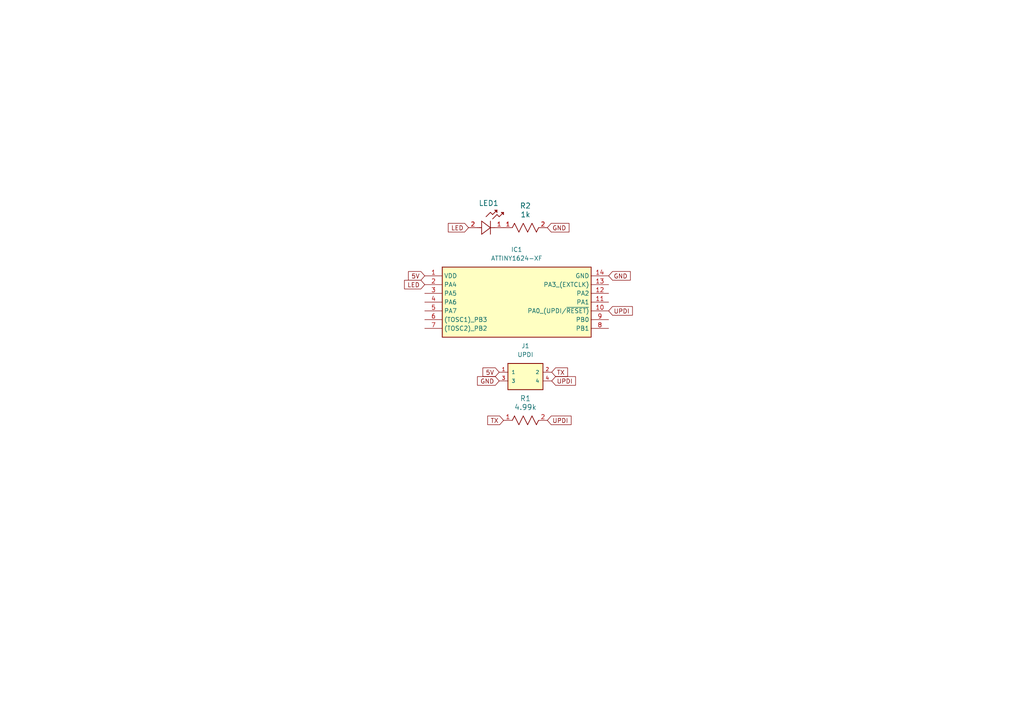
<source format=kicad_sch>
(kicad_sch (version 20250114) (generator "eeschema") (generator_version "9.0")
  (paper "A4")
  (lib_symbols
    (symbol "Neil:2x2x0.5 header" (pin_names (offset 1.016))
      (property "Reference" "J" (at -4.8332 3.1797 0))
      (property "Value" "2x2x0.5 header" (at -5.0866 -7.5027 0))
      (symbol "2x2x0.5 header_0_0"
        (rectangle (start -5.08 -5.08) (end 5.08 2.54) (stroke (width 0.254)) (fill (type background)))
        (pin passive line (at -7.62 0 0) (length 2.54) (name "1") (number "1"))
        (pin passive line (at -7.62 -2.54 0) (length 2.54) (name "3") (number "3"))
        (pin passive line (at 7.62 0 180) (length 2.54) (name "2") (number "2"))
        (pin passive line (at 7.62 -2.54 180) (length 2.54) (name "4") (number "4"))
      )
    )
    (symbol "Neil:ATTINY1624 TSSOP 14"
      (property "Reference" "IC" (at 49.53 7.62 0))
      (property "Value" "ATTINY1624-XF" (at 49.53 5.08 0))
      (symbol "ATTINY1624 TSSOP 14_1_1"
        (rectangle (start 5.08 2.54) (end 48.26 -17.78) (stroke (width 0.254)) (fill (type background)))
        (pin passive line (at 0 0 0) (length 5.08) (name "VDD") (number "1"))
        (pin passive line (at 0 -2.54 0) (length 5.08) (name "PA4") (number "2"))
        (pin passive line (at 0 -5.08 0) (length 5.08) (name "PA5") (number "3"))
        (pin passive line (at 0 -7.62 0) (length 5.08) (name "PA6") (number "4"))
        (pin passive line (at 0 -10.16 0) (length 5.08) (name "PA7") (number "5"))
        (pin passive line (at 0 -12.7 0) (length 5.08) (name "(TOSC1)_PB3") (number "6"))
        (pin passive line (at 0 -15.24 0) (length 5.08) (name "(TOSC2)_PB2") (number "7"))
        (pin passive line (at 53.34 0 180) (length 5.08) (name "GND") (number "14"))
        (pin passive line (at 53.34 -2.54 180) (length 5.08) (name "PA3_(EXTCLK)") (number "13"))
        (pin passive line (at 53.34 -5.08 180) (length 5.08) (name "PA2") (number "12"))
        (pin passive line (at 53.34 -7.62 180) (length 5.08) (name "PA1") (number "11"))
        (pin passive line (at 53.34 -10.16 180) (length 5.08) (name "PA0_(UPDI/~{RESET)}") (number "10"))
        (pin passive line (at 53.34 -12.7 180) (length 5.08) (name "PB0") (number "9"))
        (pin passive line (at 53.34 -15.24 180) (length 5.08) (name "PB1") (number "8"))
      )
    )
    (symbol "Neil:LED 0603" (pin_names (offset 0.254))
      (property "Reference" "LED" (at 5.08 -4.445 0))
      (property "Value" "B1911USD-20D000114U1930" (at 5.08 -7.62 0))
      (symbol "LED 0603_1_1"
        (polyline (pts (xy 2.54 0) (xy 3.4798 0)) (stroke (width 0.2032)))
        (polyline (pts (xy 3.175 0) (xy 3.81 0)) (stroke (width 0.2032)))
        (polyline (pts (xy 3.81 1.905) (xy 3.81 -1.905)) (stroke (width 0.2032)))
        (polyline (pts (xy 3.81 -1.905) (xy 6.35 0)) (stroke (width 0.2032)))
        (polyline (pts (xy 5.08 3.175) (xy 6.35 4.445)) (stroke (width 0.2032)))
        (polyline (pts (xy 6.35 4.445) (xy 6.985 3.81)) (stroke (width 0.2032)))
        (polyline (pts (xy 6.35 0) (xy 3.81 1.905)) (stroke (width 0.2032)))
        (polyline (pts (xy 6.35 0) (xy 7.62 0)) (stroke (width 0.2032)))
        (polyline (pts (xy 6.35 -1.905) (xy 6.35 1.905)) (stroke (width 0.2032)))
        (polyline (pts (xy 6.985 3.81) (xy 8.255 5.08)) (stroke (width 0.2032)))
        (polyline (pts (xy 6.985 2.54) (xy 8.255 3.81)) (stroke (width 0.2032)))
        (polyline (pts (xy 7.62 5.08) (xy 8.255 4.445)) (stroke (width 0.2032)))
        (polyline (pts (xy 8.255 5.08) (xy 7.62 5.08)) (stroke (width 0.2032)))
        (polyline (pts (xy 8.255 4.445) (xy 8.255 5.08)) (stroke (width 0.2032)))
        (polyline (pts (xy 8.255 3.81) (xy 8.89 3.175)) (stroke (width 0.2032)))
        (polyline (pts (xy 8.89 3.175) (xy 10.16 4.445)) (stroke (width 0.2032)))
        (polyline (pts (xy 9.525 4.445) (xy 10.16 3.81)) (stroke (width 0.2032)))
        (polyline (pts (xy 10.16 4.445) (xy 9.525 4.445)) (stroke (width 0.2032)))
        (polyline (pts (xy 10.16 3.81) (xy 10.16 4.445)) (stroke (width 0.2032)))
        (pin unspecified line (at 0 0 0) (length 2.54) (name "") (number "2"))
        (pin unspecified line (at 10.16 0 180) (length 2.54) (name "") (number "1"))
      )
      (symbol "LED 0603_1_2"
        (polyline (pts (xy -5.08 8.255) (xy -5.08 7.62)) (stroke (width 0.2032)))
        (polyline (pts (xy -5.08 7.62) (xy -4.445 8.255)) (stroke (width 0.2032)))
        (polyline (pts (xy -4.445 10.16) (xy -4.445 9.525)) (stroke (width 0.2032)))
        (polyline (pts (xy -4.445 9.525) (xy -3.81 10.16)) (stroke (width 0.2032)))
        (polyline (pts (xy -4.445 8.255) (xy -5.08 8.255)) (stroke (width 0.2032)))
        (polyline (pts (xy -4.445 6.35) (xy -3.81 6.985)) (stroke (width 0.2032)))
        (polyline (pts (xy -3.81 10.16) (xy -4.445 10.16)) (stroke (width 0.2032)))
        (polyline (pts (xy -3.81 8.255) (xy -3.175 8.89)) (stroke (width 0.2032)))
        (polyline (pts (xy -3.81 6.985) (xy -5.08 8.255)) (stroke (width 0.2032)))
        (polyline (pts (xy -3.175 8.89) (xy -4.445 10.16)) (stroke (width 0.2032)))
        (polyline (pts (xy -3.175 5.08) (xy -4.445 6.35)) (stroke (width 0.2032)))
        (polyline (pts (xy -2.54 6.985) (xy -3.81 8.255)) (stroke (width 0.2032)))
        (polyline (pts (xy -1.905 3.81) (xy 1.905 3.81)) (stroke (width 0.2032)))
        (polyline (pts (xy 0 6.35) (xy -1.905 3.81)) (stroke (width 0.2032)))
        (polyline (pts (xy 0 6.35) (xy 0 7.62)) (stroke (width 0.2032)))
        (polyline (pts (xy 0 3.175) (xy 0 3.81)) (stroke (width 0.2032)))
        (polyline (pts (xy 0 2.54) (xy 0 3.4798)) (stroke (width 0.2032)))
        (polyline (pts (xy 1.905 6.35) (xy -1.905 6.35)) (stroke (width 0.2032)))
        (polyline (pts (xy 1.905 3.81) (xy 0 6.35)) (stroke (width 0.2032)))
        (pin unspecified line (at 0 10.16 270) (length 2.54) (name "") (number "1"))
        (pin unspecified line (at 0 0 90) (length 2.54) (name "") (number "2"))
      )
    )
    (symbol "Neil:Resistor 0603" (pin_names (offset 0.254))
      (property "Reference" "R" (at 5.715 3.81 0))
      (property "Value" "10k" (at 6.35 -3.81 0))
      (symbol "Resistor 0603_1_1"
        (polyline (pts (xy 2.54 0) (xy 3.175 1.27)) (stroke (width 0.2032)))
        (polyline (pts (xy 3.175 1.27) (xy 4.445 -1.27)) (stroke (width 0.2032)))
        (polyline (pts (xy 4.445 -1.27) (xy 5.715 1.27)) (stroke (width 0.2032)))
        (polyline (pts (xy 5.715 1.27) (xy 6.985 -1.27)) (stroke (width 0.2032)))
        (polyline (pts (xy 6.985 -1.27) (xy 8.255 1.27)) (stroke (width 0.2032)))
        (polyline (pts (xy 8.255 1.27) (xy 9.525 -1.27)) (stroke (width 0.2032)))
        (polyline (pts (xy 9.525 -1.27) (xy 10.16 0)) (stroke (width 0.2032)))
        (pin unspecified line (at 0 0 0) (length 2.54) (name "") (number "1"))
        (pin unspecified line (at 12.7 0 180) (length 2.54) (name "") (number "2"))
      )
      (symbol "Resistor 0603_1_2"
        (polyline (pts (xy -1.27 8.255) (xy 1.27 9.525)) (stroke (width 0.2032)))
        (polyline (pts (xy -1.27 5.715) (xy 1.27 6.985)) (stroke (width 0.2032)))
        (polyline (pts (xy -1.27 3.175) (xy 1.27 4.445)) (stroke (width 0.2032)))
        (polyline (pts (xy 0 2.54) (xy -1.27 3.175)) (stroke (width 0.2032)))
        (polyline (pts (xy 1.27 9.525) (xy 0 10.16)) (stroke (width 0.2032)))
        (polyline (pts (xy 1.27 6.985) (xy -1.27 8.255)) (stroke (width 0.2032)))
        (polyline (pts (xy 1.27 4.445) (xy -1.27 5.715)) (stroke (width 0.2032)))
        (pin unspecified line (at 0 12.7 270) (length 2.54) (name "") (number "1"))
        (pin unspecified line (at 0 0 90) (length 2.54) (name "") (number "2"))
      )
    )
  )
  (global_label "UPDI" (shape input) (at 176.53 90.17 0) (property "Intersheetrefs" "${INTERSHEET_REFS}" (effects (hide yes))))
  (global_label "5V" (shape input) (at 144.78 107.95 180) (property "Intersheetrefs" "${INTERSHEET_REFS}" (effects (hide yes))))
  (global_label "GND" (shape input) (at 144.78 110.49 180) (property "Intersheetrefs" "${INTERSHEET_REFS}" (effects (hide yes))))
  (global_label "UPDI" (shape input) (at 158.75 121.92 0) (property "Intersheetrefs" "${INTERSHEET_REFS}" (effects (hide yes))))
  (global_label "GND" (shape input) (at 158.75 66.04 0) (property "Intersheetrefs" "${INTERSHEET_REFS}" (effects (hide yes))))
  (global_label "TX" (shape input) (at 146.05 121.92 180) (property "Intersheetrefs" "${INTERSHEET_REFS}" (effects (hide yes))))
  (global_label "LED" (shape input) (at 123.19 82.55 180) (property "Intersheetrefs" "${INTERSHEET_REFS}" (effects (hide yes))))
  (global_label "5V" (shape input) (at 123.19 80.01 180) (property "Intersheetrefs" "${INTERSHEET_REFS}" (effects (hide yes))))
  (global_label "LED" (shape input) (at 135.89 66.04 180) (property "Intersheetrefs" "${INTERSHEET_REFS}" (effects (hide yes))))
  (global_label "GND" (shape input) (at 176.53 80.01 0) (property "Intersheetrefs" "${INTERSHEET_REFS}" (effects (hide yes))))
  (global_label "TX" (shape input) (at 160.02 107.95 0) (property "Intersheetrefs" "${INTERSHEET_REFS}" (effects (hide yes))))
  (global_label "UPDI" (shape input) (at 160.02 110.49 0) (property "Intersheetrefs" "${INTERSHEET_REFS}" (effects (hide yes))))
  (symbol (lib_id "Neil:Resistor 0603") (at 146.05 121.92 0) (unit 1)
    (property "Reference" "R1" (at 152.4 115.57 0) (effects (font (size 1.524 1.524))))
    (property "Value" "4.99k" (at 152.4 118.11 0) (effects (font (size 1.524 1.524))))
    (property "Footprint" "Neil:Resistor 0603" (effects (hide yes)))
  )
  (symbol (lib_id "Neil:ATTINY1624 TSSOP 14") (at 123.19 80.01 0) (unit 1)
    (property "Reference" "IC1" (at 149.86 72.39 0))
    (property "Value" "ATTINY1624-XF" (at 149.86 74.93 0))
    (property "Footprint" "Neil:TSSOP 14" (effects (hide yes)))
    (property "Datasheet" "https://ww1.microchip.com/downloads/en/DeviceDoc/ATtiny1624-26-27-DataSheet-DS40002234A.pdf" (effects (hide yes)))
    (property "Description" "8-bit Microcontrollers - MCU 20MHz, 16KB, TSSOP14, Ind 125C, Green" (effects (hide yes)))
    (property "Height" "1.2" (effects (hide yes)))
    (property "Manufacturer_Name" "Microchip" (effects (hide yes)))
    (property "Manufacturer_Part_Number" "ATTINY1624-XF" (effects (hide yes)))
    (property "Mouser Part Number" "556-ATTINY1624-XF" (effects (hide yes)))
    (property "Mouser Price/Stock" "https://www.mouser.co.uk/ProductDetail/Microchip-Technology/ATTINY1624-XF?qs=vmHwEFxEFR9Hf1XUafB80Q%3D%3D" (effects (hide yes)))
  )
  (symbol (lib_id "Neil:LED 0603") (at 135.89 66.04 0) (unit 1)
    (property "Reference" "LED1" (at 141.732 58.928 0) (effects (font (size 1.524 1.524))))
    (property "Value" "B1911USD-20D000114U1930" (effects (hide yes)))
    (property "Footprint" "Neil:LED 0603" (effects (hide yes)))
    (property "Datasheet" "B1911USD-20D000114U1930" (effects (hide yes)))
  )
  (symbol (lib_id "Neil:2x2x0.5 header") (at 152.4 107.95 0) (unit 1)
    (property "Reference" "J1" (at 152.4 100.33 0))
    (property "Value" "UPDI" (at 152.4 102.87 0))
    (property "Footprint" "Neil:2x2x0.5 header" (effects (hide yes)))
    (property "MF" "Sullins Connector" (effects (hide yes)))
    (property "Description_1" "Connector Header Surface Mount 4 position 0.050 (1.27mm)" (effects (hide yes)))
    (property "Package" "None" (effects (hide yes)))
    (property "Price" "None" (effects (hide yes)))
    (property "MP" "GRPB022VWQS-RC" (effects (hide yes)))
    (property "MANUFACTURER" "Sullins Connector Solutions" (effects (hide yes)))
  )
  (symbol (lib_id "Neil:Resistor 0603") (at 146.05 66.04 0) (unit 1)
    (property "Reference" "R2" (at 152.4 59.69 0) (effects (font (size 1.524 1.524))))
    (property "Value" "1k" (at 152.4 62.23 0) (effects (font (size 1.524 1.524))))
    (property "Footprint" "Neil:Resistor 0603" (effects (hide yes)))
  )
)
</source>
